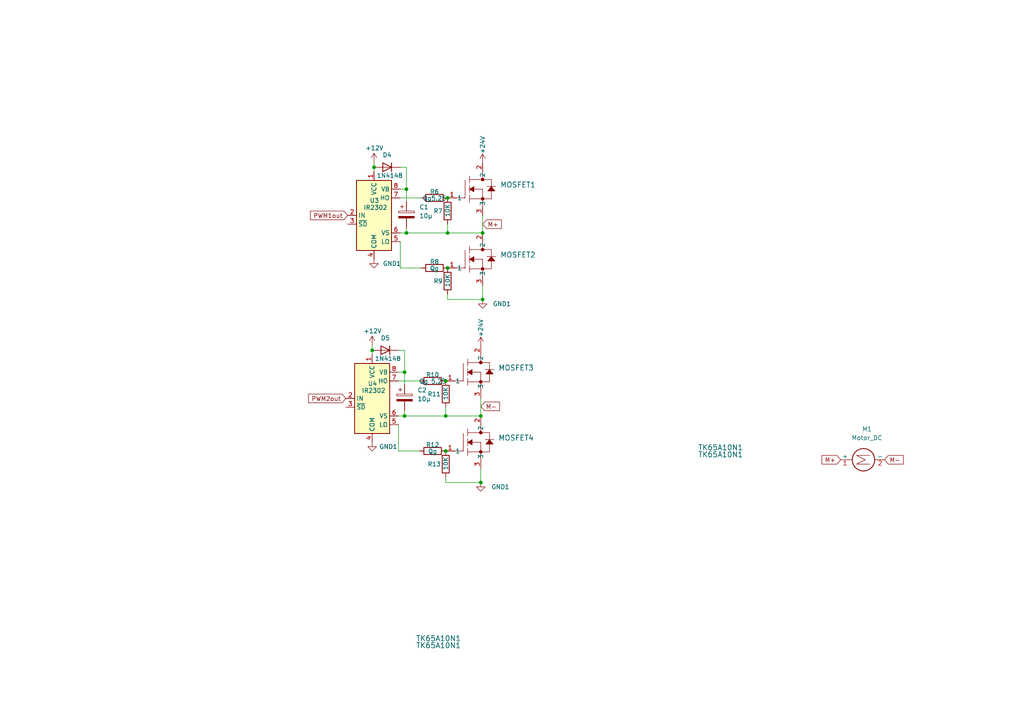
<source format=kicad_sch>
(kicad_sch (version 20211123) (generator eeschema)

  (uuid 731cf160-a74d-4b46-a5a8-97eb5a52723e)

  (paper "A4")

  (lib_symbols
    (symbol "2023-09-03_12-25-00:TK65A10N1" (pin_names (offset 0.254)) (in_bom yes) (on_board yes)
      (property "Reference" "MOSFET" (id 0) (at 0 0 0)
        (effects (font (size 1.524 1.524)))
      )
      (property "Value" "TK65A10N1" (id 1) (at 15.24 1.27 0)
        (effects (font (size 1.524 1.524)))
      )
      (property "Footprint" "TO-220SIS_TOS" (id 2) (at -13.97 -2.54 0)
        (effects (font (size 1.27 1.27) italic) hide)
      )
      (property "Datasheet" "TK65A10N1" (id 3) (at -7.62 2.54 0)
        (effects (font (size 1.27 1.27) italic) hide)
      )
      (property "ki_keywords" "TK65A10N1" (id 4) (at 0 0 0)
        (effects (font (size 1.27 1.27)) hide)
      )
      (property "ki_fp_filters" "TO-220SIS_TOS" (id 5) (at 0 0 0)
        (effects (font (size 1.27 1.27)) hide)
      )
      (symbol "TK65A10N1_0_1"
        (polyline
          (pts
            (xy 2.54 -7.62)
            (xy 0 -7.62)
          )
          (stroke (width 0.1524) (type default) (color 0 0 0 0))
          (fill (type none))
        )
        (polyline
          (pts
            (xy 2.54 -7.62)
            (xy 2.286 -7.62)
          )
          (stroke (width 0.1524) (type default) (color 0 0 0 0))
          (fill (type none))
        )
        (polyline
          (pts
            (xy 2.54 -7.62)
            (xy 2.54 -2.54)
          )
          (stroke (width 0.1524) (type default) (color 0 0 0 0))
          (fill (type none))
        )
        (polyline
          (pts
            (xy 3.81 -8.89)
            (xy 3.81 -6.858)
          )
          (stroke (width 0.1524) (type default) (color 0 0 0 0))
          (fill (type none))
        )
        (polyline
          (pts
            (xy 3.81 -7.874)
            (xy 10.16 -7.874)
          )
          (stroke (width 0.1524) (type default) (color 0 0 0 0))
          (fill (type none))
        )
        (polyline
          (pts
            (xy 3.81 -6.096)
            (xy 3.81 -4.064)
          )
          (stroke (width 0.1524) (type default) (color 0 0 0 0))
          (fill (type none))
        )
        (polyline
          (pts
            (xy 3.81 -5.08)
            (xy 5.08 -5.842)
          )
          (stroke (width 0.127) (type default) (color 0 0 0 0))
          (fill (type none))
        )
        (polyline
          (pts
            (xy 3.81 -3.302)
            (xy 3.81 -1.27)
          )
          (stroke (width 0.1524) (type default) (color 0 0 0 0))
          (fill (type none))
        )
        (polyline
          (pts
            (xy 5.08 -5.842)
            (xy 5.08 -4.318)
          )
          (stroke (width 0.127) (type default) (color 0 0 0 0))
          (fill (type none))
        )
        (polyline
          (pts
            (xy 5.08 -5.08)
            (xy 7.62 -5.08)
          )
          (stroke (width 0.1524) (type default) (color 0 0 0 0))
          (fill (type none))
        )
        (polyline
          (pts
            (xy 5.08 -4.318)
            (xy 3.81 -5.08)
          )
          (stroke (width 0.127) (type default) (color 0 0 0 0))
          (fill (type none))
        )
        (polyline
          (pts
            (xy 7.62 -5.08)
            (xy 7.62 -10.16)
          )
          (stroke (width 0.1524) (type default) (color 0 0 0 0))
          (fill (type none))
        )
        (polyline
          (pts
            (xy 7.62 0)
            (xy 7.62 -2.286)
          )
          (stroke (width 0.1524) (type default) (color 0 0 0 0))
          (fill (type none))
        )
        (polyline
          (pts
            (xy 8.89 -4.318)
            (xy 11.43 -4.318)
          )
          (stroke (width 0.1524) (type default) (color 0 0 0 0))
          (fill (type none))
        )
        (polyline
          (pts
            (xy 9.144 -5.588)
            (xy 11.176 -5.588)
          )
          (stroke (width 0.127) (type default) (color 0 0 0 0))
          (fill (type none))
        )
        (polyline
          (pts
            (xy 10.16 -7.874)
            (xy 10.16 -5.588)
          )
          (stroke (width 0.1524) (type default) (color 0 0 0 0))
          (fill (type none))
        )
        (polyline
          (pts
            (xy 10.16 -4.318)
            (xy 9.144 -5.588)
          )
          (stroke (width 0.127) (type default) (color 0 0 0 0))
          (fill (type none))
        )
        (polyline
          (pts
            (xy 10.16 -4.318)
            (xy 10.16 -2.286)
          )
          (stroke (width 0.1524) (type default) (color 0 0 0 0))
          (fill (type none))
        )
        (polyline
          (pts
            (xy 10.16 -2.286)
            (xy 3.81 -2.286)
          )
          (stroke (width 0.1524) (type default) (color 0 0 0 0))
          (fill (type none))
        )
        (polyline
          (pts
            (xy 11.176 -5.588)
            (xy 10.16 -4.318)
          )
          (stroke (width 0.127) (type default) (color 0 0 0 0))
          (fill (type none))
        )
        (polyline
          (pts
            (xy 3.81 -5.08)
            (xy 5.08 -5.842)
            (xy 5.08 -4.318)
          )
          (stroke (width 0) (type default) (color 0 0 0 0))
          (fill (type outline))
        )
        (polyline
          (pts
            (xy 10.16 -4.318)
            (xy 9.144 -5.588)
            (xy 11.176 -5.588)
          )
          (stroke (width 0) (type default) (color 0 0 0 0))
          (fill (type outline))
        )
        (circle (center 7.62 -7.874) (radius 0.254)
          (stroke (width 0.508) (type default) (color 0 0 0 0))
          (fill (type none))
        )
        (circle (center 7.62 -2.286) (radius 0.254)
          (stroke (width 0.508) (type default) (color 0 0 0 0))
          (fill (type none))
        )
        (pin unspecified line (at -2.54 -7.62 0) (length 2.54)
          (name "1" (effects (font (size 1.27 1.27))))
          (number "1" (effects (font (size 1.27 1.27))))
        )
        (pin unspecified line (at 7.62 2.54 270) (length 2.54)
          (name "2" (effects (font (size 1.27 1.27))))
          (number "2" (effects (font (size 1.27 1.27))))
        )
        (pin unspecified line (at 7.62 -12.7 90) (length 2.54)
          (name "3" (effects (font (size 1.27 1.27))))
          (number "3" (effects (font (size 1.27 1.27))))
        )
      )
    )
    (symbol "Device:C_Polarized" (pin_numbers hide) (pin_names (offset 0.254)) (in_bom yes) (on_board yes)
      (property "Reference" "C" (id 0) (at 0.635 2.54 0)
        (effects (font (size 1.27 1.27)) (justify left))
      )
      (property "Value" "C_Polarized" (id 1) (at 0.635 -2.54 0)
        (effects (font (size 1.27 1.27)) (justify left))
      )
      (property "Footprint" "" (id 2) (at 0.9652 -3.81 0)
        (effects (font (size 1.27 1.27)) hide)
      )
      (property "Datasheet" "~" (id 3) (at 0 0 0)
        (effects (font (size 1.27 1.27)) hide)
      )
      (property "ki_keywords" "cap capacitor" (id 4) (at 0 0 0)
        (effects (font (size 1.27 1.27)) hide)
      )
      (property "ki_description" "Polarized capacitor" (id 5) (at 0 0 0)
        (effects (font (size 1.27 1.27)) hide)
      )
      (property "ki_fp_filters" "CP_*" (id 6) (at 0 0 0)
        (effects (font (size 1.27 1.27)) hide)
      )
      (symbol "C_Polarized_0_1"
        (rectangle (start -2.286 0.508) (end 2.286 1.016)
          (stroke (width 0) (type default) (color 0 0 0 0))
          (fill (type none))
        )
        (polyline
          (pts
            (xy -1.778 2.286)
            (xy -0.762 2.286)
          )
          (stroke (width 0) (type default) (color 0 0 0 0))
          (fill (type none))
        )
        (polyline
          (pts
            (xy -1.27 2.794)
            (xy -1.27 1.778)
          )
          (stroke (width 0) (type default) (color 0 0 0 0))
          (fill (type none))
        )
        (rectangle (start 2.286 -0.508) (end -2.286 -1.016)
          (stroke (width 0) (type default) (color 0 0 0 0))
          (fill (type outline))
        )
      )
      (symbol "C_Polarized_1_1"
        (pin passive line (at 0 3.81 270) (length 2.794)
          (name "~" (effects (font (size 1.27 1.27))))
          (number "1" (effects (font (size 1.27 1.27))))
        )
        (pin passive line (at 0 -3.81 90) (length 2.794)
          (name "~" (effects (font (size 1.27 1.27))))
          (number "2" (effects (font (size 1.27 1.27))))
        )
      )
    )
    (symbol "Device:D" (pin_numbers hide) (pin_names (offset 1.016) hide) (in_bom yes) (on_board yes)
      (property "Reference" "D" (id 0) (at 0 2.54 0)
        (effects (font (size 1.27 1.27)))
      )
      (property "Value" "D" (id 1) (at 0 -2.54 0)
        (effects (font (size 1.27 1.27)))
      )
      (property "Footprint" "" (id 2) (at 0 0 0)
        (effects (font (size 1.27 1.27)) hide)
      )
      (property "Datasheet" "~" (id 3) (at 0 0 0)
        (effects (font (size 1.27 1.27)) hide)
      )
      (property "ki_keywords" "diode" (id 4) (at 0 0 0)
        (effects (font (size 1.27 1.27)) hide)
      )
      (property "ki_description" "Diode" (id 5) (at 0 0 0)
        (effects (font (size 1.27 1.27)) hide)
      )
      (property "ki_fp_filters" "TO-???* *_Diode_* *SingleDiode* D_*" (id 6) (at 0 0 0)
        (effects (font (size 1.27 1.27)) hide)
      )
      (symbol "D_0_1"
        (polyline
          (pts
            (xy -1.27 1.27)
            (xy -1.27 -1.27)
          )
          (stroke (width 0.254) (type default) (color 0 0 0 0))
          (fill (type none))
        )
        (polyline
          (pts
            (xy 1.27 0)
            (xy -1.27 0)
          )
          (stroke (width 0) (type default) (color 0 0 0 0))
          (fill (type none))
        )
        (polyline
          (pts
            (xy 1.27 1.27)
            (xy 1.27 -1.27)
            (xy -1.27 0)
            (xy 1.27 1.27)
          )
          (stroke (width 0.254) (type default) (color 0 0 0 0))
          (fill (type none))
        )
      )
      (symbol "D_1_1"
        (pin passive line (at -3.81 0 0) (length 2.54)
          (name "K" (effects (font (size 1.27 1.27))))
          (number "1" (effects (font (size 1.27 1.27))))
        )
        (pin passive line (at 3.81 0 180) (length 2.54)
          (name "A" (effects (font (size 1.27 1.27))))
          (number "2" (effects (font (size 1.27 1.27))))
        )
      )
    )
    (symbol "Device:R" (pin_numbers hide) (pin_names (offset 0)) (in_bom yes) (on_board yes)
      (property "Reference" "R" (id 0) (at 2.032 0 90)
        (effects (font (size 1.27 1.27)))
      )
      (property "Value" "R" (id 1) (at 0 0 90)
        (effects (font (size 1.27 1.27)))
      )
      (property "Footprint" "" (id 2) (at -1.778 0 90)
        (effects (font (size 1.27 1.27)) hide)
      )
      (property "Datasheet" "~" (id 3) (at 0 0 0)
        (effects (font (size 1.27 1.27)) hide)
      )
      (property "ki_keywords" "R res resistor" (id 4) (at 0 0 0)
        (effects (font (size 1.27 1.27)) hide)
      )
      (property "ki_description" "Resistor" (id 5) (at 0 0 0)
        (effects (font (size 1.27 1.27)) hide)
      )
      (property "ki_fp_filters" "R_*" (id 6) (at 0 0 0)
        (effects (font (size 1.27 1.27)) hide)
      )
      (symbol "R_0_1"
        (rectangle (start -1.016 -2.54) (end 1.016 2.54)
          (stroke (width 0.254) (type default) (color 0 0 0 0))
          (fill (type none))
        )
      )
      (symbol "R_1_1"
        (pin passive line (at 0 3.81 270) (length 1.27)
          (name "~" (effects (font (size 1.27 1.27))))
          (number "1" (effects (font (size 1.27 1.27))))
        )
        (pin passive line (at 0 -3.81 90) (length 1.27)
          (name "~" (effects (font (size 1.27 1.27))))
          (number "2" (effects (font (size 1.27 1.27))))
        )
      )
    )
    (symbol "Driver_FET:IR2302" (in_bom yes) (on_board yes)
      (property "Reference" "U" (id 0) (at 1.27 13.335 0)
        (effects (font (size 1.27 1.27)) (justify left))
      )
      (property "Value" "IR2302" (id 1) (at 1.27 11.43 0)
        (effects (font (size 1.27 1.27)) (justify left))
      )
      (property "Footprint" "" (id 2) (at 0 0 0)
        (effects (font (size 1.27 1.27) italic) hide)
      )
      (property "Datasheet" "https://www.infineon.com/dgdl/ir2302.pdf?fileId=5546d462533600a4015355c988b216de" (id 3) (at 0 0 0)
        (effects (font (size 1.27 1.27)) hide)
      )
      (property "ki_keywords" "Gate Driver" (id 4) (at 0 0 0)
        (effects (font (size 1.27 1.27)) hide)
      )
      (property "ki_description" "Half-Bridge Driver, 600V, 200/350mA, PDIP-8/SOIC-8" (id 5) (at 0 0 0)
        (effects (font (size 1.27 1.27)) hide)
      )
      (property "ki_fp_filters" "SOIC*3.9x4.9mm*P1.27mm* DIP*W7.62mm*" (id 6) (at 0 0 0)
        (effects (font (size 1.27 1.27)) hide)
      )
      (symbol "IR2302_0_1"
        (rectangle (start -5.08 -10.16) (end 5.08 10.16)
          (stroke (width 0.254) (type default) (color 0 0 0 0))
          (fill (type background))
        )
      )
      (symbol "IR2302_1_1"
        (pin power_in line (at 0 12.7 270) (length 2.54)
          (name "VCC" (effects (font (size 1.27 1.27))))
          (number "1" (effects (font (size 1.27 1.27))))
        )
        (pin input line (at -7.62 0 0) (length 2.54)
          (name "IN" (effects (font (size 1.27 1.27))))
          (number "2" (effects (font (size 1.27 1.27))))
        )
        (pin input line (at -7.62 -2.54 0) (length 2.54)
          (name "~{SD}" (effects (font (size 1.27 1.27))))
          (number "3" (effects (font (size 1.27 1.27))))
        )
        (pin power_in line (at 0 -12.7 90) (length 2.54)
          (name "COM" (effects (font (size 1.27 1.27))))
          (number "4" (effects (font (size 1.27 1.27))))
        )
        (pin output line (at 7.62 -7.62 180) (length 2.54)
          (name "LO" (effects (font (size 1.27 1.27))))
          (number "5" (effects (font (size 1.27 1.27))))
        )
        (pin passive line (at 7.62 -5.08 180) (length 2.54)
          (name "VS" (effects (font (size 1.27 1.27))))
          (number "6" (effects (font (size 1.27 1.27))))
        )
        (pin output line (at 7.62 5.08 180) (length 2.54)
          (name "HO" (effects (font (size 1.27 1.27))))
          (number "7" (effects (font (size 1.27 1.27))))
        )
        (pin passive line (at 7.62 7.62 180) (length 2.54)
          (name "VB" (effects (font (size 1.27 1.27))))
          (number "8" (effects (font (size 1.27 1.27))))
        )
      )
    )
    (symbol "Motor:Motor_DC" (pin_names (offset 0)) (in_bom yes) (on_board yes)
      (property "Reference" "M" (id 0) (at 2.54 2.54 0)
        (effects (font (size 1.27 1.27)) (justify left))
      )
      (property "Value" "Motor_DC" (id 1) (at 2.54 -5.08 0)
        (effects (font (size 1.27 1.27)) (justify left top))
      )
      (property "Footprint" "" (id 2) (at 0 -2.286 0)
        (effects (font (size 1.27 1.27)) hide)
      )
      (property "Datasheet" "~" (id 3) (at 0 -2.286 0)
        (effects (font (size 1.27 1.27)) hide)
      )
      (property "ki_keywords" "DC Motor" (id 4) (at 0 0 0)
        (effects (font (size 1.27 1.27)) hide)
      )
      (property "ki_description" "DC Motor" (id 5) (at 0 0 0)
        (effects (font (size 1.27 1.27)) hide)
      )
      (property "ki_fp_filters" "PinHeader*P2.54mm* TerminalBlock*" (id 6) (at 0 0 0)
        (effects (font (size 1.27 1.27)) hide)
      )
      (symbol "Motor_DC_0_0"
        (polyline
          (pts
            (xy -1.27 -3.302)
            (xy -1.27 0.508)
            (xy 0 -2.032)
            (xy 1.27 0.508)
            (xy 1.27 -3.302)
          )
          (stroke (width 0) (type default) (color 0 0 0 0))
          (fill (type none))
        )
      )
      (symbol "Motor_DC_0_1"
        (circle (center 0 -1.524) (radius 3.2512)
          (stroke (width 0.254) (type default) (color 0 0 0 0))
          (fill (type none))
        )
        (polyline
          (pts
            (xy 0 -7.62)
            (xy 0 -7.112)
          )
          (stroke (width 0) (type default) (color 0 0 0 0))
          (fill (type none))
        )
        (polyline
          (pts
            (xy 0 -4.7752)
            (xy 0 -5.1816)
          )
          (stroke (width 0) (type default) (color 0 0 0 0))
          (fill (type none))
        )
        (polyline
          (pts
            (xy 0 1.7272)
            (xy 0 2.0828)
          )
          (stroke (width 0) (type default) (color 0 0 0 0))
          (fill (type none))
        )
        (polyline
          (pts
            (xy 0 2.032)
            (xy 0 2.54)
          )
          (stroke (width 0) (type default) (color 0 0 0 0))
          (fill (type none))
        )
      )
      (symbol "Motor_DC_1_1"
        (pin passive line (at 0 5.08 270) (length 2.54)
          (name "+" (effects (font (size 1.27 1.27))))
          (number "1" (effects (font (size 1.27 1.27))))
        )
        (pin passive line (at 0 -7.62 90) (length 2.54)
          (name "-" (effects (font (size 1.27 1.27))))
          (number "2" (effects (font (size 1.27 1.27))))
        )
      )
    )
    (symbol "power:+12V" (power) (pin_names (offset 0)) (in_bom yes) (on_board yes)
      (property "Reference" "#PWR" (id 0) (at 0 -3.81 0)
        (effects (font (size 1.27 1.27)) hide)
      )
      (property "Value" "+12V" (id 1) (at 0 3.556 0)
        (effects (font (size 1.27 1.27)))
      )
      (property "Footprint" "" (id 2) (at 0 0 0)
        (effects (font (size 1.27 1.27)) hide)
      )
      (property "Datasheet" "" (id 3) (at 0 0 0)
        (effects (font (size 1.27 1.27)) hide)
      )
      (property "ki_keywords" "power-flag" (id 4) (at 0 0 0)
        (effects (font (size 1.27 1.27)) hide)
      )
      (property "ki_description" "Power symbol creates a global label with name \"+12V\"" (id 5) (at 0 0 0)
        (effects (font (size 1.27 1.27)) hide)
      )
      (symbol "+12V_0_1"
        (polyline
          (pts
            (xy -0.762 1.27)
            (xy 0 2.54)
          )
          (stroke (width 0) (type default) (color 0 0 0 0))
          (fill (type none))
        )
        (polyline
          (pts
            (xy 0 0)
            (xy 0 2.54)
          )
          (stroke (width 0) (type default) (color 0 0 0 0))
          (fill (type none))
        )
        (polyline
          (pts
            (xy 0 2.54)
            (xy 0.762 1.27)
          )
          (stroke (width 0) (type default) (color 0 0 0 0))
          (fill (type none))
        )
      )
      (symbol "+12V_1_1"
        (pin power_in line (at 0 0 90) (length 0) hide
          (name "+12V" (effects (font (size 1.27 1.27))))
          (number "1" (effects (font (size 1.27 1.27))))
        )
      )
    )
    (symbol "power:+24V" (power) (pin_names (offset 0)) (in_bom yes) (on_board yes)
      (property "Reference" "#PWR" (id 0) (at 0 -3.81 0)
        (effects (font (size 1.27 1.27)) hide)
      )
      (property "Value" "+24V" (id 1) (at 0 3.556 0)
        (effects (font (size 1.27 1.27)))
      )
      (property "Footprint" "" (id 2) (at 0 0 0)
        (effects (font (size 1.27 1.27)) hide)
      )
      (property "Datasheet" "" (id 3) (at 0 0 0)
        (effects (font (size 1.27 1.27)) hide)
      )
      (property "ki_keywords" "power-flag" (id 4) (at 0 0 0)
        (effects (font (size 1.27 1.27)) hide)
      )
      (property "ki_description" "Power symbol creates a global label with name \"+24V\"" (id 5) (at 0 0 0)
        (effects (font (size 1.27 1.27)) hide)
      )
      (symbol "+24V_0_1"
        (polyline
          (pts
            (xy -0.762 1.27)
            (xy 0 2.54)
          )
          (stroke (width 0) (type default) (color 0 0 0 0))
          (fill (type none))
        )
        (polyline
          (pts
            (xy 0 0)
            (xy 0 2.54)
          )
          (stroke (width 0) (type default) (color 0 0 0 0))
          (fill (type none))
        )
        (polyline
          (pts
            (xy 0 2.54)
            (xy 0.762 1.27)
          )
          (stroke (width 0) (type default) (color 0 0 0 0))
          (fill (type none))
        )
      )
      (symbol "+24V_1_1"
        (pin power_in line (at 0 0 90) (length 0) hide
          (name "+24V" (effects (font (size 1.27 1.27))))
          (number "1" (effects (font (size 1.27 1.27))))
        )
      )
    )
    (symbol "power:GND1" (power) (pin_names (offset 0)) (in_bom yes) (on_board yes)
      (property "Reference" "#PWR" (id 0) (at 0 -6.35 0)
        (effects (font (size 1.27 1.27)) hide)
      )
      (property "Value" "GND1" (id 1) (at 0 -3.81 0)
        (effects (font (size 1.27 1.27)))
      )
      (property "Footprint" "" (id 2) (at 0 0 0)
        (effects (font (size 1.27 1.27)) hide)
      )
      (property "Datasheet" "" (id 3) (at 0 0 0)
        (effects (font (size 1.27 1.27)) hide)
      )
      (property "ki_keywords" "power-flag" (id 4) (at 0 0 0)
        (effects (font (size 1.27 1.27)) hide)
      )
      (property "ki_description" "Power symbol creates a global label with name \"GND1\" , ground" (id 5) (at 0 0 0)
        (effects (font (size 1.27 1.27)) hide)
      )
      (symbol "GND1_0_1"
        (polyline
          (pts
            (xy 0 0)
            (xy 0 -1.27)
            (xy 1.27 -1.27)
            (xy 0 -2.54)
            (xy -1.27 -1.27)
            (xy 0 -1.27)
          )
          (stroke (width 0) (type default) (color 0 0 0 0))
          (fill (type none))
        )
      )
      (symbol "GND1_1_1"
        (pin power_in line (at 0 0 270) (length 0) hide
          (name "GND1" (effects (font (size 1.27 1.27))))
          (number "1" (effects (font (size 1.27 1.27))))
        )
      )
    )
  )

  (junction (at 108.4834 48.514) (diameter 0) (color 0 0 0 0)
    (uuid 02e59bda-f836-4c75-8ee6-3fbbdedb375b)
  )
  (junction (at 117.8814 67.564) (diameter 0) (color 0 0 0 0)
    (uuid 04efc111-1e33-45ac-9a7a-7d08a8185f41)
  )
  (junction (at 139.9794 67.564) (diameter 0) (color 0 0 0 0)
    (uuid 08d8afd3-7068-45a7-bbd2-2ecaa5c71afe)
  )
  (junction (at 139.446 120.65) (diameter 0) (color 0 0 0 0)
    (uuid 0c818d28-413e-4041-835e-fc383a8896fa)
  )
  (junction (at 117.348 107.95) (diameter 0) (color 0 0 0 0)
    (uuid 0ddc129f-53bd-4fdf-81f0-bebea332a6c8)
  )
  (junction (at 107.95 101.6) (diameter 0) (color 0 0 0 0)
    (uuid 0e186c8f-8e5a-47b7-a44e-9921d149ad64)
  )
  (junction (at 129.8194 77.724) (diameter 0) (color 0 0 0 0)
    (uuid 3396d6f1-6759-4c6b-b5f7-1fa17d952545)
  )
  (junction (at 129.286 130.81) (diameter 0) (color 0 0 0 0)
    (uuid 4436a035-152b-47c5-b37b-8445a8245f97)
  )
  (junction (at 117.348 120.65) (diameter 0) (color 0 0 0 0)
    (uuid 80e41b17-e124-492a-aaa0-f4b314c2433f)
  )
  (junction (at 129.286 110.49) (diameter 0) (color 0 0 0 0)
    (uuid 95b63784-6bf8-4e1e-aa46-0cd04257c44a)
  )
  (junction (at 129.8194 67.564) (diameter 0) (color 0 0 0 0)
    (uuid 99b81f00-df58-43ac-9b4c-5bf8a7bae342)
  )
  (junction (at 117.8814 54.864) (diameter 0) (color 0 0 0 0)
    (uuid a5dd4451-dad4-4299-939b-813d33ee2269)
  )
  (junction (at 129.8194 57.404) (diameter 0) (color 0 0 0 0)
    (uuid caeae2dd-cf6f-4856-ba54-7ee5d9592357)
  )
  (junction (at 139.446 139.954) (diameter 0) (color 0 0 0 0)
    (uuid ead9818e-6c26-4562-b72f-69fbbbcbac3e)
  )
  (junction (at 139.9794 86.868) (diameter 0) (color 0 0 0 0)
    (uuid ebe7ed99-3d28-4ee3-b719-acd3535cd1d4)
  )
  (junction (at 129.286 120.65) (diameter 0) (color 0 0 0 0)
    (uuid fa90c16b-79f2-4635-80dc-2ef100286816)
  )

  (wire (pts (xy 115.57 107.95) (xy 117.348 107.95))
    (stroke (width 0) (type default) (color 0 0 0 0))
    (uuid 06217656-66e4-4b19-baae-6e6aaf030ce1)
  )
  (wire (pts (xy 117.8814 48.514) (xy 117.8814 54.864))
    (stroke (width 0) (type default) (color 0 0 0 0))
    (uuid 0c1e4665-5352-42cd-a75f-b174961dc2ab)
  )
  (wire (pts (xy 117.8814 66.04) (xy 117.8814 67.564))
    (stroke (width 0) (type default) (color 0 0 0 0))
    (uuid 0ec72c60-a700-46a1-87a2-979be6e505ae)
  )
  (wire (pts (xy 116.1034 48.514) (xy 117.8814 48.514))
    (stroke (width 0) (type default) (color 0 0 0 0))
    (uuid 10469aea-16e8-47da-af84-c976571dcd34)
  )
  (wire (pts (xy 139.446 115.57) (xy 139.446 120.65))
    (stroke (width 0) (type default) (color 0 0 0 0))
    (uuid 14ebfdc8-2d05-4b3e-b35d-7d5056f0bea7)
  )
  (wire (pts (xy 129.8194 86.868) (xy 129.8194 85.344))
    (stroke (width 0) (type default) (color 0 0 0 0))
    (uuid 18ff919a-7f5f-437f-b742-cf7ef879c39d)
  )
  (wire (pts (xy 139.446 135.89) (xy 139.446 139.954))
    (stroke (width 0) (type default) (color 0 0 0 0))
    (uuid 22bfaa4e-e952-4301-9cbc-1d92b980ab12)
  )
  (wire (pts (xy 129.286 118.11) (xy 129.286 120.65))
    (stroke (width 0) (type default) (color 0 0 0 0))
    (uuid 3207e143-1017-42fa-88b9-085d50ce2ee8)
  )
  (wire (pts (xy 116.1034 70.104) (xy 116.1034 77.724))
    (stroke (width 0) (type default) (color 0 0 0 0))
    (uuid 491b7361-11a8-425d-82be-c3bf91d5ce68)
  )
  (wire (pts (xy 139.446 139.954) (xy 129.286 139.954))
    (stroke (width 0) (type default) (color 0 0 0 0))
    (uuid 55812803-38ad-43f0-87cc-55a84939bdad)
  )
  (wire (pts (xy 116.1034 67.564) (xy 117.8814 67.564))
    (stroke (width 0) (type default) (color 0 0 0 0))
    (uuid 5c0f8cdd-48e3-425c-b215-c8098e2e812e)
  )
  (wire (pts (xy 117.348 111.506) (xy 117.348 107.95))
    (stroke (width 0) (type default) (color 0 0 0 0))
    (uuid 5e1555b0-290c-4812-9ac3-841ef02224ab)
  )
  (wire (pts (xy 129.8194 67.564) (xy 139.9794 67.564))
    (stroke (width 0) (type default) (color 0 0 0 0))
    (uuid 71a820f6-1fc1-4b5a-99e6-a2f6d45f127e)
  )
  (wire (pts (xy 116.1034 77.724) (xy 122.1994 77.724))
    (stroke (width 0) (type default) (color 0 0 0 0))
    (uuid 7bd57289-1f9c-432d-9ba2-8102c2029b4b)
  )
  (wire (pts (xy 117.8814 67.564) (xy 129.8194 67.564))
    (stroke (width 0) (type default) (color 0 0 0 0))
    (uuid 8114b479-cbe4-4b5d-9568-5069f6d6560a)
  )
  (wire (pts (xy 117.348 119.126) (xy 117.348 120.65))
    (stroke (width 0) (type default) (color 0 0 0 0))
    (uuid 88edf9e4-ce42-4555-9d75-b6f21103b2cf)
  )
  (wire (pts (xy 129.286 120.65) (xy 139.446 120.65))
    (stroke (width 0) (type default) (color 0 0 0 0))
    (uuid 93137b00-a172-434c-bbdb-76ceb0778805)
  )
  (wire (pts (xy 117.348 101.6) (xy 117.348 107.95))
    (stroke (width 0) (type default) (color 0 0 0 0))
    (uuid 9c3a24d5-1b5e-41c7-bb0c-98cc0fa80c6e)
  )
  (wire (pts (xy 129.286 139.954) (xy 129.286 138.43))
    (stroke (width 0) (type default) (color 0 0 0 0))
    (uuid a8e2289e-ddcc-4e89-b350-7c351f75caaf)
  )
  (wire (pts (xy 107.95 101.6) (xy 107.95 102.87))
    (stroke (width 0) (type default) (color 0 0 0 0))
    (uuid adf27390-3c30-4df3-ae6a-59820eb80d39)
  )
  (wire (pts (xy 139.9794 62.484) (xy 139.9794 67.564))
    (stroke (width 0) (type default) (color 0 0 0 0))
    (uuid b60c47cb-1088-4ca6-b78f-2e23061238c5)
  )
  (wire (pts (xy 139.9794 82.804) (xy 139.9794 86.868))
    (stroke (width 0) (type default) (color 0 0 0 0))
    (uuid b625fdc7-3cd9-4019-9f0b-a2b17c852359)
  )
  (wire (pts (xy 117.8814 58.42) (xy 117.8814 54.864))
    (stroke (width 0) (type default) (color 0 0 0 0))
    (uuid bb837f13-05cc-42d3-be05-a7fed721ab15)
  )
  (wire (pts (xy 139.9794 86.868) (xy 129.8194 86.868))
    (stroke (width 0) (type default) (color 0 0 0 0))
    (uuid c22764cb-9aae-424b-b201-98c482ba0042)
  )
  (wire (pts (xy 107.95 100.076) (xy 107.95 101.6))
    (stroke (width 0) (type default) (color 0 0 0 0))
    (uuid c2f91bf0-c3ea-4709-ac22-e05d257e0edf)
  )
  (wire (pts (xy 129.8194 65.024) (xy 129.8194 67.564))
    (stroke (width 0) (type default) (color 0 0 0 0))
    (uuid d3f81c5a-d26e-462d-a661-96c89f4f40e0)
  )
  (wire (pts (xy 115.57 120.65) (xy 117.348 120.65))
    (stroke (width 0) (type default) (color 0 0 0 0))
    (uuid d911ae15-1b32-4dfc-bc49-f9cbdd25d718)
  )
  (wire (pts (xy 116.1034 54.864) (xy 117.8814 54.864))
    (stroke (width 0) (type default) (color 0 0 0 0))
    (uuid db75f93b-7201-4933-969e-df24da38b5b0)
  )
  (wire (pts (xy 115.57 130.81) (xy 121.666 130.81))
    (stroke (width 0) (type default) (color 0 0 0 0))
    (uuid dbb38c43-56e9-463f-adc0-c9ef82d62b8e)
  )
  (wire (pts (xy 115.57 123.19) (xy 115.57 130.81))
    (stroke (width 0) (type default) (color 0 0 0 0))
    (uuid e0b08b3e-0d2d-4e54-aa26-c92cae13e3d2)
  )
  (wire (pts (xy 116.1034 57.404) (xy 122.1994 57.404))
    (stroke (width 0) (type default) (color 0 0 0 0))
    (uuid e2249c6a-46a1-4469-b100-ce3364e1b675)
  )
  (wire (pts (xy 108.4834 48.514) (xy 108.4834 49.784))
    (stroke (width 0) (type default) (color 0 0 0 0))
    (uuid f2f5e336-812a-4f7d-b35f-16bdd97224fe)
  )
  (wire (pts (xy 115.57 101.6) (xy 117.348 101.6))
    (stroke (width 0) (type default) (color 0 0 0 0))
    (uuid f542b6ed-87c2-49bc-afef-ab2c8255f402)
  )
  (wire (pts (xy 117.348 120.65) (xy 129.286 120.65))
    (stroke (width 0) (type default) (color 0 0 0 0))
    (uuid fa55229d-bd4b-48aa-b4bd-d4ff5f3dd568)
  )
  (wire (pts (xy 108.4834 46.99) (xy 108.4834 48.514))
    (stroke (width 0) (type default) (color 0 0 0 0))
    (uuid fd06aa34-9b56-42d0-a889-62168030bb07)
  )
  (wire (pts (xy 115.57 110.49) (xy 121.666 110.49))
    (stroke (width 0) (type default) (color 0 0 0 0))
    (uuid fd9fb948-4953-499e-bfa8-2a9cb1751157)
  )

  (global_label "PWM1out" (shape input) (at 100.8634 62.484 180) (fields_autoplaced)
    (effects (font (size 1.27 1.27)) (justify right))
    (uuid 3c315984-bf9b-4291-91d1-70f663f2b623)
    (property "Intersheet References" "${INTERSHEET_REFS}" (id 0) (at 90.0441 62.4046 0)
      (effects (font (size 1.27 1.27)) (justify right) hide)
    )
  )
  (global_label "M-" (shape input) (at 256.54 133.35 0) (fields_autoplaced)
    (effects (font (size 1.27 1.27)) (justify left))
    (uuid 886f30c3-85b8-4402-b42e-ac4670b3b94d)
    (property "Intersheet References" "${INTERSHEET_REFS}" (id 0) (at 261.9769 133.4294 0)
      (effects (font (size 1.27 1.27)) (justify left) hide)
    )
  )
  (global_label "M-" (shape input) (at 139.446 117.856 0) (fields_autoplaced)
    (effects (font (size 1.27 1.27)) (justify left))
    (uuid b4ae1d66-7999-4e23-865f-745f43b1315e)
    (property "Intersheet References" "${INTERSHEET_REFS}" (id 0) (at 144.8829 117.9354 0)
      (effects (font (size 1.27 1.27)) (justify left) hide)
    )
  )
  (global_label "M+" (shape input) (at 139.9794 65.024 0) (fields_autoplaced)
    (effects (font (size 1.27 1.27)) (justify left))
    (uuid c3dae50d-eff9-4651-aca5-da0870025f3b)
    (property "Intersheet References" "${INTERSHEET_REFS}" (id 0) (at 145.4163 64.9446 0)
      (effects (font (size 1.27 1.27)) (justify left) hide)
    )
  )
  (global_label "M+" (shape input) (at 243.84 133.35 180) (fields_autoplaced)
    (effects (font (size 1.27 1.27)) (justify right))
    (uuid d8e78c50-e477-4c6d-837b-114adbc0dfff)
    (property "Intersheet References" "${INTERSHEET_REFS}" (id 0) (at 238.4031 133.4294 0)
      (effects (font (size 1.27 1.27)) (justify right) hide)
    )
  )
  (global_label "PWM2out" (shape input) (at 100.33 115.57 180) (fields_autoplaced)
    (effects (font (size 1.27 1.27)) (justify right))
    (uuid da9c8fa7-c9da-4852-a9c0-085e1a686469)
    (property "Intersheet References" "${INTERSHEET_REFS}" (id 0) (at 89.5107 115.6494 0)
      (effects (font (size 1.27 1.27)) (justify right) hide)
    )
  )

  (symbol (lib_id "2023-09-03_12-25-00:TK65A10N1") (at 131.826 123.19 0) (unit 1)
    (in_bom yes) (on_board yes)
    (uuid 02f8c24b-3d48-42d6-b75f-1344f874378a)
    (property "Reference" "MOSFET4" (id 0) (at 144.526 127 0)
      (effects (font (size 1.524 1.524)) (justify left))
    )
    (property "Value" "TK65A10N1" (id 1) (at 120.6246 187.198 0)
      (effects (font (size 1.524 1.524)) (justify left))
    )
    (property "Footprint" "Package_TO_SOT_THT:TO-220-3_Horizontal_TabDown" (id 2) (at 117.856 125.73 0)
      (effects (font (size 1.27 1.27) italic) hide)
    )
    (property "Datasheet" "TK65A10N1" (id 3) (at 124.206 120.65 0)
      (effects (font (size 1.27 1.27) italic) hide)
    )
    (pin "1" (uuid 07809146-843b-472e-8f94-8d086525fb8a))
    (pin "2" (uuid 294e5461-4ae0-4fba-a311-439bea1c251b))
    (pin "3" (uuid 824b7fa6-54a4-4fee-9c38-252ffc1ecdb5))
  )

  (symbol (lib_id "power:+24V") (at 139.9794 47.244 0) (unit 1)
    (in_bom yes) (on_board yes)
    (uuid 0f097f6e-a6ff-486c-bcae-5b538c2c21e6)
    (property "Reference" "#PWR0103" (id 0) (at 139.9794 51.054 0)
      (effects (font (size 1.27 1.27)) hide)
    )
    (property "Value" "+24V" (id 1) (at 139.9794 39.37 90)
      (effects (font (size 1.27 1.27)) (justify right))
    )
    (property "Footprint" "" (id 2) (at 139.9794 47.244 0)
      (effects (font (size 1.27 1.27)) hide)
    )
    (property "Datasheet" "" (id 3) (at 139.9794 47.244 0)
      (effects (font (size 1.27 1.27)) hide)
    )
    (pin "1" (uuid fe9990c9-6cfa-4154-848a-51b096aad689))
  )

  (symbol (lib_id "Device:R") (at 125.476 110.49 90) (unit 1)
    (in_bom yes) (on_board yes)
    (uuid 11827c60-76e0-4df1-8fea-8fbaafae84f9)
    (property "Reference" "R10" (id 0) (at 125.476 108.712 90))
    (property "Value" "Qg 5.25" (id 1) (at 125.476 110.617 90))
    (property "Footprint" "Resistor_THT:R_Axial_DIN0207_L6.3mm_D2.5mm_P10.16mm_Horizontal" (id 2) (at 125.476 112.268 90)
      (effects (font (size 1.27 1.27)) hide)
    )
    (property "Datasheet" "~" (id 3) (at 125.476 110.49 0)
      (effects (font (size 1.27 1.27)) hide)
    )
    (pin "1" (uuid 65af6e0d-6a46-4b19-bf40-797da9ead14d))
    (pin "2" (uuid 3c2f6519-c1a2-402a-948c-41322bb59cbd))
  )

  (symbol (lib_id "Motor:Motor_DC") (at 248.92 133.35 90) (unit 1)
    (in_bom yes) (on_board yes) (fields_autoplaced)
    (uuid 14ef96c1-c248-4aa9-b814-a0a6f563d9b5)
    (property "Reference" "M1" (id 0) (at 251.46 124.46 90))
    (property "Value" "Motor_DC" (id 1) (at 251.46 127 90))
    (property "Footprint" "" (id 2) (at 251.206 133.35 0)
      (effects (font (size 1.27 1.27)) hide)
    )
    (property "Datasheet" "~" (id 3) (at 251.206 133.35 0)
      (effects (font (size 1.27 1.27)) hide)
    )
    (pin "1" (uuid d41ec19f-8877-458c-ba42-3a7dce18c81d))
    (pin "2" (uuid 713d9349-069a-4355-ab68-519ab8ce4cca))
  )

  (symbol (lib_id "Device:R") (at 129.8194 61.214 0) (mirror x) (unit 1)
    (in_bom yes) (on_board yes)
    (uuid 164099b8-b294-458a-acc4-ff5924d63f15)
    (property "Reference" "R7" (id 0) (at 128.4224 61.214 0)
      (effects (font (size 1.27 1.27)) (justify right))
    )
    (property "Value" "10K" (id 1) (at 129.8194 62.992 90)
      (effects (font (size 1.27 1.27)) (justify right))
    )
    (property "Footprint" "Resistor_THT:R_Axial_DIN0207_L6.3mm_D2.5mm_P10.16mm_Horizontal" (id 2) (at 128.0414 61.214 90)
      (effects (font (size 1.27 1.27)) hide)
    )
    (property "Datasheet" "~" (id 3) (at 129.8194 61.214 0)
      (effects (font (size 1.27 1.27)) hide)
    )
    (pin "1" (uuid 24f4577b-34c7-4afe-b208-839e6523f451))
    (pin "2" (uuid 5aefadf8-b851-42a8-be24-1abda876cb81))
  )

  (symbol (lib_id "Device:D") (at 112.2934 48.514 180) (unit 1)
    (in_bom yes) (on_board yes)
    (uuid 1c567e87-18aa-4ca5-912d-a220679d6be4)
    (property "Reference" "D4" (id 0) (at 112.2934 44.958 0))
    (property "Value" "1N4148" (id 1) (at 113.0554 50.927 0))
    (property "Footprint" "Diode_THT:D_DO-35_SOD27_P10.16mm_Horizontal" (id 2) (at 112.2934 48.514 0)
      (effects (font (size 1.27 1.27)) hide)
    )
    (property "Datasheet" "~" (id 3) (at 112.2934 48.514 0)
      (effects (font (size 1.27 1.27)) hide)
    )
    (pin "1" (uuid 1a1fe779-e243-483e-aad8-fc4f5d8047f2))
    (pin "2" (uuid 556bb9d6-5fef-485b-8453-dcbbfbeb004a))
  )

  (symbol (lib_id "power:+12V") (at 108.4834 46.99 0) (unit 1)
    (in_bom yes) (on_board yes)
    (uuid 1eda98bf-4d20-4501-8d72-c34dc70c480d)
    (property "Reference" "#PWR0101" (id 0) (at 108.4834 50.8 0)
      (effects (font (size 1.27 1.27)) hide)
    )
    (property "Value" "+12V" (id 1) (at 105.9434 42.926 0)
      (effects (font (size 1.27 1.27)) (justify left))
    )
    (property "Footprint" "" (id 2) (at 108.4834 46.99 0)
      (effects (font (size 1.27 1.27)) hide)
    )
    (property "Datasheet" "" (id 3) (at 108.4834 46.99 0)
      (effects (font (size 1.27 1.27)) hide)
    )
    (pin "1" (uuid c916f45b-7562-4f61-bec3-e82406de3f9e))
  )

  (symbol (lib_id "power:+24V") (at 139.446 100.33 0) (unit 1)
    (in_bom yes) (on_board yes)
    (uuid 26d106c8-ca3a-447e-9532-b68055d4212d)
    (property "Reference" "#PWR0115" (id 0) (at 139.446 104.14 0)
      (effects (font (size 1.27 1.27)) hide)
    )
    (property "Value" "+24V" (id 1) (at 139.446 92.456 90)
      (effects (font (size 1.27 1.27)) (justify right))
    )
    (property "Footprint" "" (id 2) (at 139.446 100.33 0)
      (effects (font (size 1.27 1.27)) hide)
    )
    (property "Datasheet" "" (id 3) (at 139.446 100.33 0)
      (effects (font (size 1.27 1.27)) hide)
    )
    (pin "1" (uuid 8077adb9-81dc-40ba-bcc7-253b448c7885))
  )

  (symbol (lib_id "Device:R") (at 129.8194 81.534 0) (mirror x) (unit 1)
    (in_bom yes) (on_board yes)
    (uuid 2f03fa42-233a-41ed-8392-56a4c7dbcf28)
    (property "Reference" "R9" (id 0) (at 128.4224 81.534 0)
      (effects (font (size 1.27 1.27)) (justify right))
    )
    (property "Value" "10K" (id 1) (at 129.8194 83.312 90)
      (effects (font (size 1.27 1.27)) (justify right))
    )
    (property "Footprint" "Resistor_THT:R_Axial_DIN0207_L6.3mm_D2.5mm_P10.16mm_Horizontal" (id 2) (at 128.0414 81.534 90)
      (effects (font (size 1.27 1.27)) hide)
    )
    (property "Datasheet" "~" (id 3) (at 129.8194 81.534 0)
      (effects (font (size 1.27 1.27)) hide)
    )
    (pin "1" (uuid cfc6ade6-bf74-449b-a7f2-b114098a71f6))
    (pin "2" (uuid 7971499b-b309-47bc-96c3-55febaa8c784))
  )

  (symbol (lib_id "Device:R") (at 126.0094 57.404 90) (unit 1)
    (in_bom yes) (on_board yes)
    (uuid 4a4b0e99-08c1-4724-9e94-67bcaf89e58a)
    (property "Reference" "R6" (id 0) (at 126.0094 55.626 90))
    (property "Value" "Qg5.25" (id 1) (at 126.0094 57.531 90))
    (property "Footprint" "Resistor_THT:R_Axial_DIN0207_L6.3mm_D2.5mm_P10.16mm_Horizontal" (id 2) (at 126.0094 59.182 90)
      (effects (font (size 1.27 1.27)) hide)
    )
    (property "Datasheet" "~" (id 3) (at 126.0094 57.404 0)
      (effects (font (size 1.27 1.27)) hide)
    )
    (pin "1" (uuid 8162747b-8e51-42d7-b507-d9640825eccd))
    (pin "2" (uuid 1162d185-b1ca-4e54-a224-ba5e3e8ab39b))
  )

  (symbol (lib_id "Device:R") (at 126.0094 77.724 90) (unit 1)
    (in_bom yes) (on_board yes)
    (uuid 5c83b03f-5485-4af8-a7bc-d5cff3ccaee2)
    (property "Reference" "R8" (id 0) (at 126.0094 75.946 90))
    (property "Value" "Qg" (id 1) (at 126.0094 77.851 90))
    (property "Footprint" "Resistor_THT:R_Axial_DIN0207_L6.3mm_D2.5mm_P10.16mm_Horizontal" (id 2) (at 126.0094 79.502 90)
      (effects (font (size 1.27 1.27)) hide)
    )
    (property "Datasheet" "~" (id 3) (at 126.0094 77.724 0)
      (effects (font (size 1.27 1.27)) hide)
    )
    (pin "1" (uuid bd8953bc-6f3f-4f4f-9f07-38b209747730))
    (pin "2" (uuid e8990e60-0bd0-441b-b47f-c17dfdfe2621))
  )

  (symbol (lib_id "Driver_FET:IR2302") (at 107.95 115.57 0) (unit 1)
    (in_bom yes) (on_board yes)
    (uuid 613e1a3b-8d32-4bb8-a91d-ecf97e0cea4f)
    (property "Reference" "U4" (id 0) (at 106.68 111.252 0)
      (effects (font (size 1.27 1.27)) (justify left))
    )
    (property "Value" "IR2302" (id 1) (at 104.902 113.284 0)
      (effects (font (size 1.27 1.27)) (justify left))
    )
    (property "Footprint" "Package_DIP:DIP-8_W7.62mm" (id 2) (at 107.95 115.57 0)
      (effects (font (size 1.27 1.27) italic) hide)
    )
    (property "Datasheet" "https://www.infineon.com/dgdl/ir2302.pdf?fileId=5546d462533600a4015355c988b216de" (id 3) (at 107.95 115.57 0)
      (effects (font (size 1.27 1.27)) hide)
    )
    (pin "1" (uuid c91df044-20e8-4702-b085-8d583e9ffa29))
    (pin "2" (uuid 2bafb985-7261-4b82-ac1b-262f8b2c6d1c))
    (pin "3" (uuid 1fdfab2b-175b-49a5-ac16-50da34f138b0))
    (pin "4" (uuid a08ba377-6338-46b7-a918-ab68062114ae))
    (pin "5" (uuid a49bfa4f-4ce0-46b4-ad04-71f0eef2da3c))
    (pin "6" (uuid 6a392d38-ae8b-4e65-a1cf-b8e9d15aae85))
    (pin "7" (uuid 648539d0-e4cb-4e2d-8ee7-5fb0f2722b44))
    (pin "8" (uuid e98fd83f-26a0-419e-a916-52d0d86629a8))
  )

  (symbol (lib_id "Driver_FET:IR2302") (at 108.4834 62.484 0) (unit 1)
    (in_bom yes) (on_board yes)
    (uuid 9465b9bf-ff50-4aff-9528-fe3a1ce66f23)
    (property "Reference" "U3" (id 0) (at 107.2134 58.166 0)
      (effects (font (size 1.27 1.27)) (justify left))
    )
    (property "Value" "IR2302" (id 1) (at 105.4354 60.198 0)
      (effects (font (size 1.27 1.27)) (justify left))
    )
    (property "Footprint" "Package_DIP:DIP-8_W7.62mm" (id 2) (at 108.4834 62.484 0)
      (effects (font (size 1.27 1.27) italic) hide)
    )
    (property "Datasheet" "https://www.infineon.com/dgdl/ir2302.pdf?fileId=5546d462533600a4015355c988b216de" (id 3) (at 108.4834 62.484 0)
      (effects (font (size 1.27 1.27)) hide)
    )
    (pin "1" (uuid 97808e51-cd6d-40cb-9719-f07dbf7e2253))
    (pin "2" (uuid 56f8302e-e357-4dc2-84a7-88977092305e))
    (pin "3" (uuid 7c0f9df9-86ff-436a-b269-bc7245a47f60))
    (pin "4" (uuid cef87ce4-b06d-4580-8fe1-c05a1a3360e4))
    (pin "5" (uuid 62450065-8ac9-403d-ace2-7f2a3d0abc42))
    (pin "6" (uuid 57a9eb24-ee26-4aec-8f3e-7cd096454d13))
    (pin "7" (uuid 228cc801-7f2e-45cb-b24c-2ea0d739088b))
    (pin "8" (uuid 0bef781c-3771-4afa-8205-bd74517f2041))
  )

  (symbol (lib_id "2023-09-03_12-25-00:TK65A10N1") (at 131.826 102.87 0) (unit 1)
    (in_bom yes) (on_board yes)
    (uuid 9ebdbf8a-28dd-4cb8-89e4-b48c6bbfe53b)
    (property "Reference" "MOSFET3" (id 0) (at 144.526 106.68 0)
      (effects (font (size 1.524 1.524)) (justify left))
    )
    (property "Value" "TK65A10N1" (id 1) (at 120.6246 185.166 0)
      (effects (font (size 1.524 1.524)) (justify left))
    )
    (property "Footprint" "Package_TO_SOT_THT:TO-220-3_Horizontal_TabDown" (id 2) (at 117.856 105.41 0)
      (effects (font (size 1.27 1.27) italic) hide)
    )
    (property "Datasheet" "TK65A10N1" (id 3) (at 124.206 100.33 0)
      (effects (font (size 1.27 1.27) italic) hide)
    )
    (pin "1" (uuid 7e3f1004-dcaa-4c20-9eb3-0373cc9204b7))
    (pin "2" (uuid a00352f9-853d-451b-9f3c-443e62768388))
    (pin "3" (uuid 32e91a6c-f285-4839-8a82-21aa6d8703ac))
  )

  (symbol (lib_id "Device:R") (at 129.286 114.3 0) (mirror x) (unit 1)
    (in_bom yes) (on_board yes)
    (uuid a08f3974-b423-484c-8230-64a3bdb821d9)
    (property "Reference" "R11" (id 0) (at 127.889 114.3 0)
      (effects (font (size 1.27 1.27)) (justify right))
    )
    (property "Value" "10K" (id 1) (at 129.286 116.078 90)
      (effects (font (size 1.27 1.27)) (justify right))
    )
    (property "Footprint" "Resistor_THT:R_Axial_DIN0207_L6.3mm_D2.5mm_P10.16mm_Horizontal" (id 2) (at 127.508 114.3 90)
      (effects (font (size 1.27 1.27)) hide)
    )
    (property "Datasheet" "~" (id 3) (at 129.286 114.3 0)
      (effects (font (size 1.27 1.27)) hide)
    )
    (pin "1" (uuid 64670e84-7a78-4cb2-9a1f-f561d556f905))
    (pin "2" (uuid 4f68e4e3-236b-40da-904b-c51fd31cacfe))
  )

  (symbol (lib_id "Device:C_Polarized") (at 117.8814 62.23 0) (unit 1)
    (in_bom yes) (on_board yes) (fields_autoplaced)
    (uuid a2e387da-f1c1-4c5e-b1ff-d726ccb74770)
    (property "Reference" "C1" (id 0) (at 121.6152 60.0709 0)
      (effects (font (size 1.27 1.27)) (justify left))
    )
    (property "Value" "10μ" (id 1) (at 121.6152 62.6109 0)
      (effects (font (size 1.27 1.27)) (justify left))
    )
    (property "Footprint" "Capacitor_THT:CP_Radial_D5.0mm_P2.00mm" (id 2) (at 118.8466 66.04 0)
      (effects (font (size 1.27 1.27)) hide)
    )
    (property "Datasheet" "~" (id 3) (at 117.8814 62.23 0)
      (effects (font (size 1.27 1.27)) hide)
    )
    (pin "1" (uuid 323da7fd-fe22-4121-8e11-da18f32bdc48))
    (pin "2" (uuid a5d0badb-044d-4019-9f34-3d5dac57a52b))
  )

  (symbol (lib_id "2023-09-03_12-25-00:TK65A10N1") (at 132.3594 70.104 0) (unit 1)
    (in_bom yes) (on_board yes)
    (uuid accee592-05cb-4f49-baaf-34beeae55432)
    (property "Reference" "MOSFET2" (id 0) (at 145.0594 73.914 0)
      (effects (font (size 1.524 1.524)) (justify left))
    )
    (property "Value" "TK65A10N1" (id 1) (at 202.438 131.826 0)
      (effects (font (size 1.524 1.524)) (justify left))
    )
    (property "Footprint" "Package_TO_SOT_THT:TO-220-3_Horizontal_TabDown" (id 2) (at 118.3894 72.644 0)
      (effects (font (size 1.27 1.27) italic) hide)
    )
    (property "Datasheet" "TK65A10N1" (id 3) (at 124.7394 67.564 0)
      (effects (font (size 1.27 1.27) italic) hide)
    )
    (pin "1" (uuid b5647fad-fe3b-4c30-860e-d45bd647d68d))
    (pin "2" (uuid 70bf1007-6ef7-4b0f-badd-4dc61e386c53))
    (pin "3" (uuid dcd58c75-10ac-40cf-aa3d-a7aad094d7b2))
  )

  (symbol (lib_id "2023-09-03_12-25-00:TK65A10N1") (at 132.3594 49.784 0) (unit 1)
    (in_bom yes) (on_board yes)
    (uuid aeeed241-a792-47eb-a745-4574e276ae52)
    (property "Reference" "MOSFET1" (id 0) (at 145.0594 53.594 0)
      (effects (font (size 1.524 1.524)) (justify left))
    )
    (property "Value" "TK65A10N1" (id 1) (at 202.438 129.794 0)
      (effects (font (size 1.524 1.524)) (justify left))
    )
    (property "Footprint" "Package_TO_SOT_THT:TO-220-3_Horizontal_TabDown" (id 2) (at 118.3894 52.324 0)
      (effects (font (size 1.27 1.27) italic) hide)
    )
    (property "Datasheet" "TK65A10N1" (id 3) (at 124.7394 47.244 0)
      (effects (font (size 1.27 1.27) italic) hide)
    )
    (pin "1" (uuid 5eeb9293-eac4-4c50-9863-6baf27a45a94))
    (pin "2" (uuid f29704be-c85d-4d2d-b4f5-90c0a8ddc916))
    (pin "3" (uuid 3e7aad96-42fb-4442-b41e-2ae93a913513))
  )

  (symbol (lib_id "Device:R") (at 129.286 134.62 0) (mirror x) (unit 1)
    (in_bom yes) (on_board yes)
    (uuid b2fcedd7-8497-4c53-87b7-d7fb0a9b6c41)
    (property "Reference" "R13" (id 0) (at 127.889 134.62 0)
      (effects (font (size 1.27 1.27)) (justify right))
    )
    (property "Value" "10K" (id 1) (at 129.286 136.398 90)
      (effects (font (size 1.27 1.27)) (justify right))
    )
    (property "Footprint" "Resistor_THT:R_Axial_DIN0207_L6.3mm_D2.5mm_P10.16mm_Horizontal" (id 2) (at 127.508 134.62 90)
      (effects (font (size 1.27 1.27)) hide)
    )
    (property "Datasheet" "~" (id 3) (at 129.286 134.62 0)
      (effects (font (size 1.27 1.27)) hide)
    )
    (pin "1" (uuid d9498adf-cee7-4a30-846e-ec3e3fb64500))
    (pin "2" (uuid 7436d235-2799-484b-8e14-a288a36711f7))
  )

  (symbol (lib_id "power:GND1") (at 139.9794 86.868 0) (unit 1)
    (in_bom yes) (on_board yes) (fields_autoplaced)
    (uuid bb7f5955-a92e-4af1-be8c-d5ab1d690fab)
    (property "Reference" "#PWR0112" (id 0) (at 139.9794 93.218 0)
      (effects (font (size 1.27 1.27)) hide)
    )
    (property "Value" "GND1" (id 1) (at 142.9172 88.1379 0)
      (effects (font (size 1.27 1.27)) (justify left))
    )
    (property "Footprint" "" (id 2) (at 139.9794 86.868 0)
      (effects (font (size 1.27 1.27)) hide)
    )
    (property "Datasheet" "" (id 3) (at 139.9794 86.868 0)
      (effects (font (size 1.27 1.27)) hide)
    )
    (pin "1" (uuid aa6ff4b1-d970-4500-b8a3-c3d4e6fbb2b8))
  )

  (symbol (lib_id "power:GND1") (at 108.4834 75.184 0) (unit 1)
    (in_bom yes) (on_board yes) (fields_autoplaced)
    (uuid bc47c2dc-5147-479d-9ff9-fe3063bb6816)
    (property "Reference" "#PWR0111" (id 0) (at 108.4834 81.534 0)
      (effects (font (size 1.27 1.27)) hide)
    )
    (property "Value" "GND1" (id 1) (at 111.0234 76.4539 0)
      (effects (font (size 1.27 1.27)) (justify left))
    )
    (property "Footprint" "" (id 2) (at 108.4834 75.184 0)
      (effects (font (size 1.27 1.27)) hide)
    )
    (property "Datasheet" "" (id 3) (at 108.4834 75.184 0)
      (effects (font (size 1.27 1.27)) hide)
    )
    (pin "1" (uuid 8c957249-a25b-4fa0-ac3a-dc23397954a9))
  )

  (symbol (lib_id "Device:D") (at 111.76 101.6 180) (unit 1)
    (in_bom yes) (on_board yes)
    (uuid c3ef8aba-8df6-4335-8833-ac60f75c568b)
    (property "Reference" "D5" (id 0) (at 111.76 98.044 0))
    (property "Value" "1N4148" (id 1) (at 112.522 104.013 0))
    (property "Footprint" "Diode_THT:D_DO-35_SOD27_P10.16mm_Horizontal" (id 2) (at 111.76 101.6 0)
      (effects (font (size 1.27 1.27)) hide)
    )
    (property "Datasheet" "~" (id 3) (at 111.76 101.6 0)
      (effects (font (size 1.27 1.27)) hide)
    )
    (pin "1" (uuid 1ace517b-31f4-4925-89bc-74e6f309d1dd))
    (pin "2" (uuid 627b4881-955d-4b78-9cce-8ec32c559b1d))
  )

  (symbol (lib_id "Device:C_Polarized") (at 117.348 115.316 0) (unit 1)
    (in_bom yes) (on_board yes) (fields_autoplaced)
    (uuid c67f2903-4b7c-4913-964f-52e2b4ca297c)
    (property "Reference" "C2" (id 0) (at 121.0818 113.1569 0)
      (effects (font (size 1.27 1.27)) (justify left))
    )
    (property "Value" "10μ" (id 1) (at 121.0818 115.6969 0)
      (effects (font (size 1.27 1.27)) (justify left))
    )
    (property "Footprint" "Capacitor_THT:CP_Radial_D5.0mm_P2.00mm" (id 2) (at 118.3132 119.126 0)
      (effects (font (size 1.27 1.27)) hide)
    )
    (property "Datasheet" "~" (id 3) (at 117.348 115.316 0)
      (effects (font (size 1.27 1.27)) hide)
    )
    (pin "1" (uuid d9601ac1-29cf-4db0-a89f-3ca87edb2131))
    (pin "2" (uuid 8ebdb429-62d0-4b58-8f05-a259c5474614))
  )

  (symbol (lib_id "power:+12V") (at 107.95 100.076 0) (unit 1)
    (in_bom yes) (on_board yes)
    (uuid d7222d8d-ac3b-46fb-b9b0-edb8be67aeec)
    (property "Reference" "#PWR0122" (id 0) (at 107.95 103.886 0)
      (effects (font (size 1.27 1.27)) hide)
    )
    (property "Value" "+12V" (id 1) (at 105.41 96.012 0)
      (effects (font (size 1.27 1.27)) (justify left))
    )
    (property "Footprint" "" (id 2) (at 107.95 100.076 0)
      (effects (font (size 1.27 1.27)) hide)
    )
    (property "Datasheet" "" (id 3) (at 107.95 100.076 0)
      (effects (font (size 1.27 1.27)) hide)
    )
    (pin "1" (uuid c615acb2-4301-4907-a3c7-cdbc06d07102))
  )

  (symbol (lib_id "power:GND1") (at 139.446 139.954 0) (unit 1)
    (in_bom yes) (on_board yes) (fields_autoplaced)
    (uuid d9a30cfb-85f1-4c6c-8ab3-156095da9c1b)
    (property "Reference" "#PWR0113" (id 0) (at 139.446 146.304 0)
      (effects (font (size 1.27 1.27)) hide)
    )
    (property "Value" "GND1" (id 1) (at 142.494 141.2239 0)
      (effects (font (size 1.27 1.27)) (justify left))
    )
    (property "Footprint" "" (id 2) (at 139.446 139.954 0)
      (effects (font (size 1.27 1.27)) hide)
    )
    (property "Datasheet" "" (id 3) (at 139.446 139.954 0)
      (effects (font (size 1.27 1.27)) hide)
    )
    (pin "1" (uuid 4b49377c-e0e9-4b7b-9c64-6bec614daca6))
  )

  (symbol (lib_id "power:GND1") (at 107.95 128.27 0) (unit 1)
    (in_bom yes) (on_board yes) (fields_autoplaced)
    (uuid ddba3aa7-0eee-4ba9-8fbe-554eec369e7c)
    (property "Reference" "#PWR0121" (id 0) (at 107.95 134.62 0)
      (effects (font (size 1.27 1.27)) hide)
    )
    (property "Value" "GND1" (id 1) (at 109.982 129.5399 0)
      (effects (font (size 1.27 1.27)) (justify left))
    )
    (property "Footprint" "" (id 2) (at 107.95 128.27 0)
      (effects (font (size 1.27 1.27)) hide)
    )
    (property "Datasheet" "" (id 3) (at 107.95 128.27 0)
      (effects (font (size 1.27 1.27)) hide)
    )
    (pin "1" (uuid c5bf133e-3d5e-412e-9b54-68cf100ab53a))
  )

  (symbol (lib_id "Device:R") (at 125.476 130.81 90) (unit 1)
    (in_bom yes) (on_board yes)
    (uuid ed3fe273-c241-431f-976b-81c9555e56c6)
    (property "Reference" "R12" (id 0) (at 125.476 129.032 90))
    (property "Value" "Qg" (id 1) (at 125.476 130.937 90))
    (property "Footprint" "Resistor_THT:R_Axial_DIN0207_L6.3mm_D2.5mm_P10.16mm_Horizontal" (id 2) (at 125.476 132.588 90)
      (effects (font (size 1.27 1.27)) hide)
    )
    (property "Datasheet" "~" (id 3) (at 125.476 130.81 0)
      (effects (font (size 1.27 1.27)) hide)
    )
    (pin "1" (uuid 360b78fb-8283-465a-96ad-5480fe9b67a7))
    (pin "2" (uuid dac9a499-1518-48e6-9938-8ee887c9e7eb))
  )

  (sheet_instances
    (path "/" (page "1"))
  )

  (symbol_instances
    (path "/1eda98bf-4d20-4501-8d72-c34dc70c480d"
      (reference "#PWR0101") (unit 1) (value "+12V") (footprint "")
    )
    (path "/0f097f6e-a6ff-486c-bcae-5b538c2c21e6"
      (reference "#PWR0103") (unit 1) (value "+24V") (footprint "")
    )
    (path "/bc47c2dc-5147-479d-9ff9-fe3063bb6816"
      (reference "#PWR0111") (unit 1) (value "GND1") (footprint "")
    )
    (path "/bb7f5955-a92e-4af1-be8c-d5ab1d690fab"
      (reference "#PWR0112") (unit 1) (value "GND1") (footprint "")
    )
    (path "/d9a30cfb-85f1-4c6c-8ab3-156095da9c1b"
      (reference "#PWR0113") (unit 1) (value "GND1") (footprint "")
    )
    (path "/26d106c8-ca3a-447e-9532-b68055d4212d"
      (reference "#PWR0115") (unit 1) (value "+24V") (footprint "")
    )
    (path "/ddba3aa7-0eee-4ba9-8fbe-554eec369e7c"
      (reference "#PWR0121") (unit 1) (value "GND1") (footprint "")
    )
    (path "/d7222d8d-ac3b-46fb-b9b0-edb8be67aeec"
      (reference "#PWR0122") (unit 1) (value "+12V") (footprint "")
    )
    (path "/a2e387da-f1c1-4c5e-b1ff-d726ccb74770"
      (reference "C1") (unit 1) (value "10μ") (footprint "Capacitor_THT:CP_Radial_D5.0mm_P2.00mm")
    )
    (path "/c67f2903-4b7c-4913-964f-52e2b4ca297c"
      (reference "C2") (unit 1) (value "10μ") (footprint "Capacitor_THT:CP_Radial_D5.0mm_P2.00mm")
    )
    (path "/1c567e87-18aa-4ca5-912d-a220679d6be4"
      (reference "D4") (unit 1) (value "1N4148") (footprint "Diode_THT:D_DO-35_SOD27_P10.16mm_Horizontal")
    )
    (path "/c3ef8aba-8df6-4335-8833-ac60f75c568b"
      (reference "D5") (unit 1) (value "1N4148") (footprint "Diode_THT:D_DO-35_SOD27_P10.16mm_Horizontal")
    )
    (path "/14ef96c1-c248-4aa9-b814-a0a6f563d9b5"
      (reference "M1") (unit 1) (value "Motor_DC") (footprint "")
    )
    (path "/aeeed241-a792-47eb-a745-4574e276ae52"
      (reference "MOSFET1") (unit 1) (value "TK65A10N1") (footprint "Package_TO_SOT_THT:TO-220-3_Horizontal_TabDown")
    )
    (path "/accee592-05cb-4f49-baaf-34beeae55432"
      (reference "MOSFET2") (unit 1) (value "TK65A10N1") (footprint "Package_TO_SOT_THT:TO-220-3_Horizontal_TabDown")
    )
    (path "/9ebdbf8a-28dd-4cb8-89e4-b48c6bbfe53b"
      (reference "MOSFET3") (unit 1) (value "TK65A10N1") (footprint "Package_TO_SOT_THT:TO-220-3_Horizontal_TabDown")
    )
    (path "/02f8c24b-3d48-42d6-b75f-1344f874378a"
      (reference "MOSFET4") (unit 1) (value "TK65A10N1") (footprint "Package_TO_SOT_THT:TO-220-3_Horizontal_TabDown")
    )
    (path "/4a4b0e99-08c1-4724-9e94-67bcaf89e58a"
      (reference "R6") (unit 1) (value "Qg5.25") (footprint "Resistor_THT:R_Axial_DIN0207_L6.3mm_D2.5mm_P10.16mm_Horizontal")
    )
    (path "/164099b8-b294-458a-acc4-ff5924d63f15"
      (reference "R7") (unit 1) (value "10K") (footprint "Resistor_THT:R_Axial_DIN0207_L6.3mm_D2.5mm_P10.16mm_Horizontal")
    )
    (path "/5c83b03f-5485-4af8-a7bc-d5cff3ccaee2"
      (reference "R8") (unit 1) (value "Qg") (footprint "Resistor_THT:R_Axial_DIN0207_L6.3mm_D2.5mm_P10.16mm_Horizontal")
    )
    (path "/2f03fa42-233a-41ed-8392-56a4c7dbcf28"
      (reference "R9") (unit 1) (value "10K") (footprint "Resistor_THT:R_Axial_DIN0207_L6.3mm_D2.5mm_P10.16mm_Horizontal")
    )
    (path "/11827c60-76e0-4df1-8fea-8fbaafae84f9"
      (reference "R10") (unit 1) (value "Qg 5.25") (footprint "Resistor_THT:R_Axial_DIN0207_L6.3mm_D2.5mm_P10.16mm_Horizontal")
    )
    (path "/a08f3974-b423-484c-8230-64a3bdb821d9"
      (reference "R11") (unit 1) (value "10K") (footprint "Resistor_THT:R_Axial_DIN0207_L6.3mm_D2.5mm_P10.16mm_Horizontal")
    )
    (path "/ed3fe273-c241-431f-976b-81c9555e56c6"
      (reference "R12") (unit 1) (value "Qg") (footprint "Resistor_THT:R_Axial_DIN0207_L6.3mm_D2.5mm_P10.16mm_Horizontal")
    )
    (path "/b2fcedd7-8497-4c53-87b7-d7fb0a9b6c41"
      (reference "R13") (unit 1) (value "10K") (footprint "Resistor_THT:R_Axial_DIN0207_L6.3mm_D2.5mm_P10.16mm_Horizontal")
    )
    (path "/9465b9bf-ff50-4aff-9528-fe3a1ce66f23"
      (reference "U3") (unit 1) (value "IR2302") (footprint "Package_DIP:DIP-8_W7.62mm")
    )
    (path "/613e1a3b-8d32-4bb8-a91d-ecf97e0cea4f"
      (reference "U4") (unit 1) (value "IR2302") (footprint "Package_DIP:DIP-8_W7.62mm")
    )
  )
)

</source>
